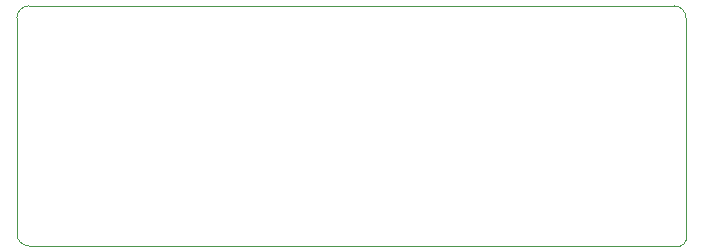
<source format=gm1>
%TF.GenerationSoftware,KiCad,Pcbnew,(5.1.10-1-10_14)*%
%TF.CreationDate,2021-09-19T22:53:24-07:00*%
%TF.ProjectId,umbelt-board,756d6265-6c74-42d6-926f-6172642e6b69,1.0*%
%TF.SameCoordinates,Original*%
%TF.FileFunction,Profile,NP*%
%FSLAX46Y46*%
G04 Gerber Fmt 4.6, Leading zero omitted, Abs format (unit mm)*
G04 Created by KiCad (PCBNEW (5.1.10-1-10_14)) date 2021-09-19 22:53:24*
%MOMM*%
%LPD*%
G01*
G04 APERTURE LIST*
%TA.AperFunction,Profile*%
%ADD10C,0.025400*%
%TD*%
G04 APERTURE END LIST*
D10*
X127000000Y-107696000D02*
G75*
G02*
X128016000Y-106680000I1016000J0D01*
G01*
X128016000Y-127000000D02*
G75*
G02*
X127000000Y-125984000I0J1016000D01*
G01*
X182626000Y-106680000D02*
G75*
G02*
X183642000Y-107696000I0J-1016000D01*
G01*
X183642000Y-126492000D02*
G75*
G02*
X183134000Y-127000000I-508000J0D01*
G01*
X183134000Y-127000000D02*
X128016000Y-127000000D01*
X183642000Y-107696000D02*
X183642000Y-126492000D01*
X128016000Y-106680000D02*
X182626000Y-106680000D01*
X127000000Y-125984000D02*
X127000000Y-107696000D01*
M02*

</source>
